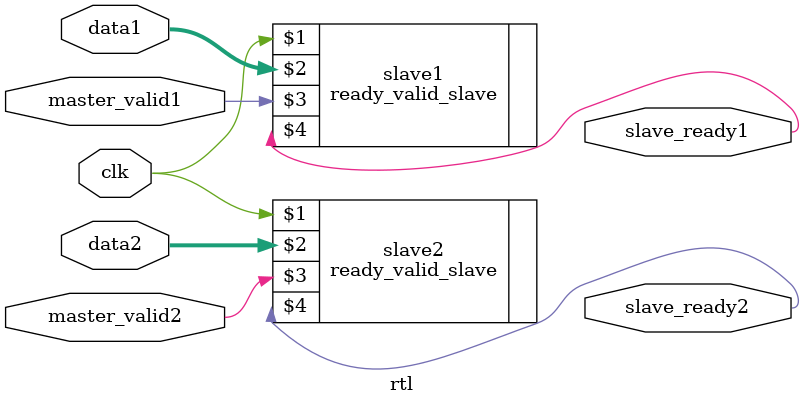
<source format=sv>

module rtl ( clk, data1 , data2, master_valid1 , master_valid2, 
             slave_ready1 , slave_ready2);

  parameter RV_MAX_SVL_NOT_READY_1 = 0;
  parameter RV_MAX_SVL_NOT_READY_2 = 0;
  
  input clk;
  input [7:0] data1 , data2;
  input master_valid1 , master_valid2;
  output slave_ready1 , slave_ready2;

  ready_valid_slave #( RV_MAX_SVL_NOT_READY_1 ) slave1( clk , data1 , master_valid1 , slave_ready1 );
  ready_valid_slave #( RV_MAX_SVL_NOT_READY_2 ) slave2( clk , data2 , master_valid2 , slave_ready2 );


endmodule

</source>
